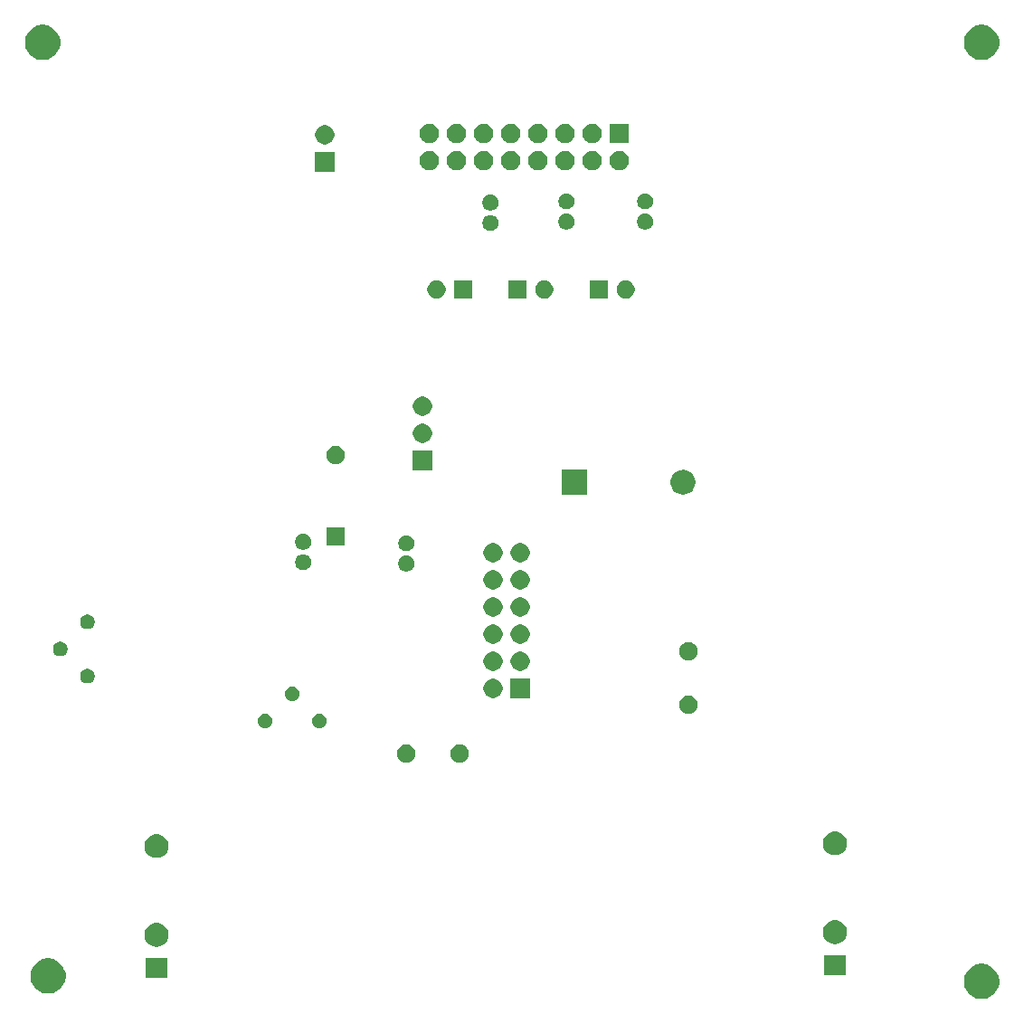
<source format=gbr>
G04 #@! TF.GenerationSoftware,KiCad,Pcbnew,(5.1.5)-3*
G04 #@! TF.CreationDate,2022-04-14T12:46:43+02:00*
G04 #@! TF.ProjectId,PMod_ADDAC,504d6f64-5f41-4444-9441-432e6b696361,rev?*
G04 #@! TF.SameCoordinates,Original*
G04 #@! TF.FileFunction,Soldermask,Bot*
G04 #@! TF.FilePolarity,Negative*
%FSLAX46Y46*%
G04 Gerber Fmt 4.6, Leading zero omitted, Abs format (unit mm)*
G04 Created by KiCad (PCBNEW (5.1.5)-3) date 2022-04-14 12:46:43*
%MOMM*%
%LPD*%
G04 APERTURE LIST*
%ADD10C,0.100000*%
G04 APERTURE END LIST*
D10*
G36*
X131439256Y-133011298D02*
G01*
X131545579Y-133032447D01*
X131846042Y-133156903D01*
X132116451Y-133337585D01*
X132346415Y-133567549D01*
X132527097Y-133837958D01*
X132527098Y-133837960D01*
X132651553Y-134138422D01*
X132678643Y-134274609D01*
X132715000Y-134457391D01*
X132715000Y-134782609D01*
X132651553Y-135101579D01*
X132527097Y-135402042D01*
X132346415Y-135672451D01*
X132116451Y-135902415D01*
X131846042Y-136083097D01*
X131545579Y-136207553D01*
X131439256Y-136228702D01*
X131226611Y-136271000D01*
X130901389Y-136271000D01*
X130688744Y-136228702D01*
X130582421Y-136207553D01*
X130281958Y-136083097D01*
X130011549Y-135902415D01*
X129781585Y-135672451D01*
X129600903Y-135402042D01*
X129476447Y-135101579D01*
X129413000Y-134782609D01*
X129413000Y-134457391D01*
X129449358Y-134274609D01*
X129476447Y-134138422D01*
X129600902Y-133837960D01*
X129600903Y-133837958D01*
X129781585Y-133567549D01*
X130011549Y-133337585D01*
X130281958Y-133156903D01*
X130582421Y-133032447D01*
X130688744Y-133011298D01*
X130901389Y-132969000D01*
X131226611Y-132969000D01*
X131439256Y-133011298D01*
G37*
G36*
X44063256Y-132503298D02*
G01*
X44169579Y-132524447D01*
X44470042Y-132648903D01*
X44740451Y-132829585D01*
X44970415Y-133059549D01*
X45151097Y-133329958D01*
X45249511Y-133567549D01*
X45275553Y-133630422D01*
X45339000Y-133949389D01*
X45339000Y-134274611D01*
X45296702Y-134487256D01*
X45275553Y-134593579D01*
X45151097Y-134894042D01*
X44970415Y-135164451D01*
X44740451Y-135394415D01*
X44470042Y-135575097D01*
X44169579Y-135699553D01*
X44063256Y-135720702D01*
X43850611Y-135763000D01*
X43525389Y-135763000D01*
X43312744Y-135720702D01*
X43206421Y-135699553D01*
X42905958Y-135575097D01*
X42635549Y-135394415D01*
X42405585Y-135164451D01*
X42224903Y-134894042D01*
X42100447Y-134593579D01*
X42079298Y-134487256D01*
X42037000Y-134274611D01*
X42037000Y-133949389D01*
X42100447Y-133630422D01*
X42126490Y-133567549D01*
X42224903Y-133329958D01*
X42405585Y-133059549D01*
X42635549Y-132829585D01*
X42905958Y-132648903D01*
X43206421Y-132524447D01*
X43312744Y-132503298D01*
X43525389Y-132461000D01*
X43850611Y-132461000D01*
X44063256Y-132503298D01*
G37*
G36*
X54864000Y-134316000D02*
G01*
X52832000Y-134316000D01*
X52832000Y-132384000D01*
X54864000Y-132384000D01*
X54864000Y-134316000D01*
G37*
G36*
X118364000Y-134062000D02*
G01*
X116332000Y-134062000D01*
X116332000Y-132130000D01*
X118364000Y-132130000D01*
X118364000Y-134062000D01*
G37*
G36*
X54101655Y-129162591D02*
G01*
X54173525Y-129176887D01*
X54376624Y-129261013D01*
X54559409Y-129383146D01*
X54714854Y-129538591D01*
X54836987Y-129721376D01*
X54921113Y-129924475D01*
X54964000Y-130140084D01*
X54964000Y-130359916D01*
X54921113Y-130575525D01*
X54836987Y-130778624D01*
X54714854Y-130961409D01*
X54559409Y-131116854D01*
X54376624Y-131238987D01*
X54173525Y-131323113D01*
X54101655Y-131337409D01*
X53957918Y-131366000D01*
X53738082Y-131366000D01*
X53594345Y-131337409D01*
X53522475Y-131323113D01*
X53319376Y-131238987D01*
X53136591Y-131116854D01*
X52981146Y-130961409D01*
X52859013Y-130778624D01*
X52774887Y-130575525D01*
X52732000Y-130359916D01*
X52732000Y-130140084D01*
X52774887Y-129924475D01*
X52859013Y-129721376D01*
X52981146Y-129538591D01*
X53136591Y-129383146D01*
X53319376Y-129261013D01*
X53522475Y-129176887D01*
X53594345Y-129162591D01*
X53738082Y-129134000D01*
X53957918Y-129134000D01*
X54101655Y-129162591D01*
G37*
G36*
X117601655Y-128908591D02*
G01*
X117673525Y-128922887D01*
X117876624Y-129007013D01*
X118059409Y-129129146D01*
X118214854Y-129284591D01*
X118336987Y-129467376D01*
X118421113Y-129670475D01*
X118464000Y-129886084D01*
X118464000Y-130105916D01*
X118421113Y-130321525D01*
X118336987Y-130524624D01*
X118214854Y-130707409D01*
X118059409Y-130862854D01*
X117876624Y-130984987D01*
X117673525Y-131069113D01*
X117601655Y-131083409D01*
X117457918Y-131112000D01*
X117238082Y-131112000D01*
X117094345Y-131083409D01*
X117022475Y-131069113D01*
X116819376Y-130984987D01*
X116636591Y-130862854D01*
X116481146Y-130707409D01*
X116359013Y-130524624D01*
X116274887Y-130321525D01*
X116232000Y-130105916D01*
X116232000Y-129886084D01*
X116274887Y-129670475D01*
X116359013Y-129467376D01*
X116481146Y-129284591D01*
X116636591Y-129129146D01*
X116819376Y-129007013D01*
X117022475Y-128922887D01*
X117094345Y-128908591D01*
X117238082Y-128880000D01*
X117457918Y-128880000D01*
X117601655Y-128908591D01*
G37*
G36*
X54101655Y-120862591D02*
G01*
X54173525Y-120876887D01*
X54376624Y-120961013D01*
X54559409Y-121083146D01*
X54714854Y-121238591D01*
X54836987Y-121421376D01*
X54921113Y-121624475D01*
X54964000Y-121840084D01*
X54964000Y-122059916D01*
X54921113Y-122275525D01*
X54836987Y-122478624D01*
X54714854Y-122661409D01*
X54559409Y-122816854D01*
X54376624Y-122938987D01*
X54173525Y-123023113D01*
X54101655Y-123037409D01*
X53957918Y-123066000D01*
X53738082Y-123066000D01*
X53594345Y-123037409D01*
X53522475Y-123023113D01*
X53319376Y-122938987D01*
X53136591Y-122816854D01*
X52981146Y-122661409D01*
X52859013Y-122478624D01*
X52774887Y-122275525D01*
X52732000Y-122059916D01*
X52732000Y-121840084D01*
X52774887Y-121624475D01*
X52859013Y-121421376D01*
X52981146Y-121238591D01*
X53136591Y-121083146D01*
X53319376Y-120961013D01*
X53522475Y-120876887D01*
X53594345Y-120862591D01*
X53738082Y-120834000D01*
X53957918Y-120834000D01*
X54101655Y-120862591D01*
G37*
G36*
X117601655Y-120608591D02*
G01*
X117673525Y-120622887D01*
X117876624Y-120707013D01*
X118059409Y-120829146D01*
X118214854Y-120984591D01*
X118336987Y-121167376D01*
X118421113Y-121370475D01*
X118464000Y-121586084D01*
X118464000Y-121805916D01*
X118421113Y-122021525D01*
X118336987Y-122224624D01*
X118214854Y-122407409D01*
X118059409Y-122562854D01*
X117876624Y-122684987D01*
X117673525Y-122769113D01*
X117601655Y-122783409D01*
X117457918Y-122812000D01*
X117238082Y-122812000D01*
X117094345Y-122783409D01*
X117022475Y-122769113D01*
X116819376Y-122684987D01*
X116636591Y-122562854D01*
X116481146Y-122407409D01*
X116359013Y-122224624D01*
X116274887Y-122021525D01*
X116232000Y-121805916D01*
X116232000Y-121586084D01*
X116274887Y-121370475D01*
X116359013Y-121167376D01*
X116481146Y-120984591D01*
X116636591Y-120829146D01*
X116819376Y-120707013D01*
X117022475Y-120622887D01*
X117094345Y-120608591D01*
X117238082Y-120580000D01*
X117457918Y-120580000D01*
X117601655Y-120608591D01*
G37*
G36*
X77464228Y-112465703D02*
G01*
X77619100Y-112529853D01*
X77758481Y-112622985D01*
X77877015Y-112741519D01*
X77970147Y-112880900D01*
X78034297Y-113035772D01*
X78067000Y-113200184D01*
X78067000Y-113367816D01*
X78034297Y-113532228D01*
X77970147Y-113687100D01*
X77877015Y-113826481D01*
X77758481Y-113945015D01*
X77619100Y-114038147D01*
X77464228Y-114102297D01*
X77299816Y-114135000D01*
X77132184Y-114135000D01*
X76967772Y-114102297D01*
X76812900Y-114038147D01*
X76673519Y-113945015D01*
X76554985Y-113826481D01*
X76461853Y-113687100D01*
X76397703Y-113532228D01*
X76365000Y-113367816D01*
X76365000Y-113200184D01*
X76397703Y-113035772D01*
X76461853Y-112880900D01*
X76554985Y-112741519D01*
X76673519Y-112622985D01*
X76812900Y-112529853D01*
X76967772Y-112465703D01*
X77132184Y-112433000D01*
X77299816Y-112433000D01*
X77464228Y-112465703D01*
G37*
G36*
X82464228Y-112465703D02*
G01*
X82619100Y-112529853D01*
X82758481Y-112622985D01*
X82877015Y-112741519D01*
X82970147Y-112880900D01*
X83034297Y-113035772D01*
X83067000Y-113200184D01*
X83067000Y-113367816D01*
X83034297Y-113532228D01*
X82970147Y-113687100D01*
X82877015Y-113826481D01*
X82758481Y-113945015D01*
X82619100Y-114038147D01*
X82464228Y-114102297D01*
X82299816Y-114135000D01*
X82132184Y-114135000D01*
X81967772Y-114102297D01*
X81812900Y-114038147D01*
X81673519Y-113945015D01*
X81554985Y-113826481D01*
X81461853Y-113687100D01*
X81397703Y-113532228D01*
X81365000Y-113367816D01*
X81365000Y-113200184D01*
X81397703Y-113035772D01*
X81461853Y-112880900D01*
X81554985Y-112741519D01*
X81673519Y-112622985D01*
X81812900Y-112529853D01*
X81967772Y-112465703D01*
X82132184Y-112433000D01*
X82299816Y-112433000D01*
X82464228Y-112465703D01*
G37*
G36*
X64206639Y-109581170D02*
G01*
X64330573Y-109632505D01*
X64330574Y-109632506D01*
X64442112Y-109707033D01*
X64536967Y-109801888D01*
X64536968Y-109801890D01*
X64611495Y-109913427D01*
X64662830Y-110037361D01*
X64689000Y-110168926D01*
X64689000Y-110303074D01*
X64662830Y-110434639D01*
X64611495Y-110558573D01*
X64611494Y-110558574D01*
X64536967Y-110670112D01*
X64442112Y-110764967D01*
X64385964Y-110802484D01*
X64330573Y-110839495D01*
X64206639Y-110890830D01*
X64075074Y-110917000D01*
X63940926Y-110917000D01*
X63809361Y-110890830D01*
X63685427Y-110839495D01*
X63630036Y-110802484D01*
X63573888Y-110764967D01*
X63479033Y-110670112D01*
X63404506Y-110558574D01*
X63404505Y-110558573D01*
X63353170Y-110434639D01*
X63327000Y-110303074D01*
X63327000Y-110168926D01*
X63353170Y-110037361D01*
X63404505Y-109913427D01*
X63479032Y-109801890D01*
X63479033Y-109801888D01*
X63573888Y-109707033D01*
X63685426Y-109632506D01*
X63685427Y-109632505D01*
X63809361Y-109581170D01*
X63940926Y-109555000D01*
X64075074Y-109555000D01*
X64206639Y-109581170D01*
G37*
G36*
X69286639Y-109581170D02*
G01*
X69410573Y-109632505D01*
X69410574Y-109632506D01*
X69522112Y-109707033D01*
X69616967Y-109801888D01*
X69616968Y-109801890D01*
X69691495Y-109913427D01*
X69742830Y-110037361D01*
X69769000Y-110168926D01*
X69769000Y-110303074D01*
X69742830Y-110434639D01*
X69691495Y-110558573D01*
X69691494Y-110558574D01*
X69616967Y-110670112D01*
X69522112Y-110764967D01*
X69465964Y-110802484D01*
X69410573Y-110839495D01*
X69286639Y-110890830D01*
X69155074Y-110917000D01*
X69020926Y-110917000D01*
X68889361Y-110890830D01*
X68765427Y-110839495D01*
X68710036Y-110802484D01*
X68653888Y-110764967D01*
X68559033Y-110670112D01*
X68484506Y-110558574D01*
X68484505Y-110558573D01*
X68433170Y-110434639D01*
X68407000Y-110303074D01*
X68407000Y-110168926D01*
X68433170Y-110037361D01*
X68484505Y-109913427D01*
X68559032Y-109801890D01*
X68559033Y-109801888D01*
X68653888Y-109707033D01*
X68765426Y-109632506D01*
X68765427Y-109632505D01*
X68889361Y-109581170D01*
X69020926Y-109555000D01*
X69155074Y-109555000D01*
X69286639Y-109581170D01*
G37*
G36*
X103880228Y-107893703D02*
G01*
X104035100Y-107957853D01*
X104174481Y-108050985D01*
X104293015Y-108169519D01*
X104386147Y-108308900D01*
X104450297Y-108463772D01*
X104483000Y-108628184D01*
X104483000Y-108795816D01*
X104450297Y-108960228D01*
X104386147Y-109115100D01*
X104293015Y-109254481D01*
X104174481Y-109373015D01*
X104035100Y-109466147D01*
X103880228Y-109530297D01*
X103715816Y-109563000D01*
X103548184Y-109563000D01*
X103383772Y-109530297D01*
X103228900Y-109466147D01*
X103089519Y-109373015D01*
X102970985Y-109254481D01*
X102877853Y-109115100D01*
X102813703Y-108960228D01*
X102781000Y-108795816D01*
X102781000Y-108628184D01*
X102813703Y-108463772D01*
X102877853Y-108308900D01*
X102970985Y-108169519D01*
X103089519Y-108050985D01*
X103228900Y-107957853D01*
X103383772Y-107893703D01*
X103548184Y-107861000D01*
X103715816Y-107861000D01*
X103880228Y-107893703D01*
G37*
G36*
X66746639Y-107041170D02*
G01*
X66870573Y-107092505D01*
X66880681Y-107099259D01*
X66982112Y-107167033D01*
X67076967Y-107261888D01*
X67076968Y-107261890D01*
X67151495Y-107373427D01*
X67202830Y-107497361D01*
X67229000Y-107628926D01*
X67229000Y-107763074D01*
X67202830Y-107894639D01*
X67151495Y-108018573D01*
X67151494Y-108018574D01*
X67076967Y-108130112D01*
X66982112Y-108224967D01*
X66925964Y-108262484D01*
X66870573Y-108299495D01*
X66746639Y-108350830D01*
X66615074Y-108377000D01*
X66480926Y-108377000D01*
X66349361Y-108350830D01*
X66225427Y-108299495D01*
X66170036Y-108262484D01*
X66113888Y-108224967D01*
X66019033Y-108130112D01*
X65944506Y-108018574D01*
X65944505Y-108018573D01*
X65893170Y-107894639D01*
X65867000Y-107763074D01*
X65867000Y-107628926D01*
X65893170Y-107497361D01*
X65944505Y-107373427D01*
X66019032Y-107261890D01*
X66019033Y-107261888D01*
X66113888Y-107167033D01*
X66215319Y-107099259D01*
X66225427Y-107092505D01*
X66349361Y-107041170D01*
X66480926Y-107015000D01*
X66615074Y-107015000D01*
X66746639Y-107041170D01*
G37*
G36*
X85457512Y-106291927D02*
G01*
X85606812Y-106321624D01*
X85770784Y-106389544D01*
X85918354Y-106488147D01*
X86043853Y-106613646D01*
X86142456Y-106761216D01*
X86210376Y-106925188D01*
X86245000Y-107099259D01*
X86245000Y-107276741D01*
X86210376Y-107450812D01*
X86142456Y-107614784D01*
X86043853Y-107762354D01*
X85918354Y-107887853D01*
X85770784Y-107986456D01*
X85606812Y-108054376D01*
X85457512Y-108084073D01*
X85432742Y-108089000D01*
X85255258Y-108089000D01*
X85230488Y-108084073D01*
X85081188Y-108054376D01*
X84917216Y-107986456D01*
X84769646Y-107887853D01*
X84644147Y-107762354D01*
X84545544Y-107614784D01*
X84477624Y-107450812D01*
X84443000Y-107276741D01*
X84443000Y-107099259D01*
X84477624Y-106925188D01*
X84545544Y-106761216D01*
X84644147Y-106613646D01*
X84769646Y-106488147D01*
X84917216Y-106389544D01*
X85081188Y-106321624D01*
X85230488Y-106291927D01*
X85255258Y-106287000D01*
X85432742Y-106287000D01*
X85457512Y-106291927D01*
G37*
G36*
X88785000Y-108089000D02*
G01*
X86983000Y-108089000D01*
X86983000Y-106287000D01*
X88785000Y-106287000D01*
X88785000Y-108089000D01*
G37*
G36*
X47569639Y-105390170D02*
G01*
X47693573Y-105441505D01*
X47748964Y-105478516D01*
X47805112Y-105516033D01*
X47899967Y-105610888D01*
X47899968Y-105610890D01*
X47974495Y-105722427D01*
X48025830Y-105846361D01*
X48052000Y-105977926D01*
X48052000Y-106112074D01*
X48025830Y-106243639D01*
X47974495Y-106367573D01*
X47974494Y-106367574D01*
X47899967Y-106479112D01*
X47805112Y-106573967D01*
X47748964Y-106611484D01*
X47693573Y-106648495D01*
X47569639Y-106699830D01*
X47438074Y-106726000D01*
X47303926Y-106726000D01*
X47172361Y-106699830D01*
X47048427Y-106648495D01*
X46993036Y-106611484D01*
X46936888Y-106573967D01*
X46842033Y-106479112D01*
X46767506Y-106367574D01*
X46767505Y-106367573D01*
X46716170Y-106243639D01*
X46690000Y-106112074D01*
X46690000Y-105977926D01*
X46716170Y-105846361D01*
X46767505Y-105722427D01*
X46842032Y-105610890D01*
X46842033Y-105610888D01*
X46936888Y-105516033D01*
X46993036Y-105478516D01*
X47048427Y-105441505D01*
X47172361Y-105390170D01*
X47303926Y-105364000D01*
X47438074Y-105364000D01*
X47569639Y-105390170D01*
G37*
G36*
X85457512Y-103751927D02*
G01*
X85606812Y-103781624D01*
X85770784Y-103849544D01*
X85918354Y-103948147D01*
X86043853Y-104073646D01*
X86142456Y-104221216D01*
X86210376Y-104385188D01*
X86245000Y-104559259D01*
X86245000Y-104736741D01*
X86210376Y-104910812D01*
X86142456Y-105074784D01*
X86043853Y-105222354D01*
X85918354Y-105347853D01*
X85770784Y-105446456D01*
X85606812Y-105514376D01*
X85457512Y-105544073D01*
X85432742Y-105549000D01*
X85255258Y-105549000D01*
X85230488Y-105544073D01*
X85081188Y-105514376D01*
X84917216Y-105446456D01*
X84769646Y-105347853D01*
X84644147Y-105222354D01*
X84545544Y-105074784D01*
X84477624Y-104910812D01*
X84443000Y-104736741D01*
X84443000Y-104559259D01*
X84477624Y-104385188D01*
X84545544Y-104221216D01*
X84644147Y-104073646D01*
X84769646Y-103948147D01*
X84917216Y-103849544D01*
X85081188Y-103781624D01*
X85230488Y-103751927D01*
X85255258Y-103747000D01*
X85432742Y-103747000D01*
X85457512Y-103751927D01*
G37*
G36*
X87997512Y-103751927D02*
G01*
X88146812Y-103781624D01*
X88310784Y-103849544D01*
X88458354Y-103948147D01*
X88583853Y-104073646D01*
X88682456Y-104221216D01*
X88750376Y-104385188D01*
X88785000Y-104559259D01*
X88785000Y-104736741D01*
X88750376Y-104910812D01*
X88682456Y-105074784D01*
X88583853Y-105222354D01*
X88458354Y-105347853D01*
X88310784Y-105446456D01*
X88146812Y-105514376D01*
X87997512Y-105544073D01*
X87972742Y-105549000D01*
X87795258Y-105549000D01*
X87770488Y-105544073D01*
X87621188Y-105514376D01*
X87457216Y-105446456D01*
X87309646Y-105347853D01*
X87184147Y-105222354D01*
X87085544Y-105074784D01*
X87017624Y-104910812D01*
X86983000Y-104736741D01*
X86983000Y-104559259D01*
X87017624Y-104385188D01*
X87085544Y-104221216D01*
X87184147Y-104073646D01*
X87309646Y-103948147D01*
X87457216Y-103849544D01*
X87621188Y-103781624D01*
X87770488Y-103751927D01*
X87795258Y-103747000D01*
X87972742Y-103747000D01*
X87997512Y-103751927D01*
G37*
G36*
X103880228Y-102893703D02*
G01*
X104035100Y-102957853D01*
X104174481Y-103050985D01*
X104293015Y-103169519D01*
X104386147Y-103308900D01*
X104450297Y-103463772D01*
X104483000Y-103628184D01*
X104483000Y-103795816D01*
X104450297Y-103960228D01*
X104386147Y-104115100D01*
X104293015Y-104254481D01*
X104174481Y-104373015D01*
X104035100Y-104466147D01*
X103880228Y-104530297D01*
X103715816Y-104563000D01*
X103548184Y-104563000D01*
X103383772Y-104530297D01*
X103228900Y-104466147D01*
X103089519Y-104373015D01*
X102970985Y-104254481D01*
X102877853Y-104115100D01*
X102813703Y-103960228D01*
X102781000Y-103795816D01*
X102781000Y-103628184D01*
X102813703Y-103463772D01*
X102877853Y-103308900D01*
X102970985Y-103169519D01*
X103089519Y-103050985D01*
X103228900Y-102957853D01*
X103383772Y-102893703D01*
X103548184Y-102861000D01*
X103715816Y-102861000D01*
X103880228Y-102893703D01*
G37*
G36*
X45029639Y-102850170D02*
G01*
X45153573Y-102901505D01*
X45208964Y-102938516D01*
X45265112Y-102976033D01*
X45359967Y-103070888D01*
X45359968Y-103070890D01*
X45434495Y-103182427D01*
X45485830Y-103306361D01*
X45512000Y-103437926D01*
X45512000Y-103572074D01*
X45485830Y-103703639D01*
X45434495Y-103827573D01*
X45434494Y-103827574D01*
X45359967Y-103939112D01*
X45265112Y-104033967D01*
X45208964Y-104071484D01*
X45153573Y-104108495D01*
X45029639Y-104159830D01*
X44898074Y-104186000D01*
X44763926Y-104186000D01*
X44632361Y-104159830D01*
X44508427Y-104108495D01*
X44453036Y-104071484D01*
X44396888Y-104033967D01*
X44302033Y-103939112D01*
X44227506Y-103827574D01*
X44227505Y-103827573D01*
X44176170Y-103703639D01*
X44150000Y-103572074D01*
X44150000Y-103437926D01*
X44176170Y-103306361D01*
X44227505Y-103182427D01*
X44302032Y-103070890D01*
X44302033Y-103070888D01*
X44396888Y-102976033D01*
X44453036Y-102938516D01*
X44508427Y-102901505D01*
X44632361Y-102850170D01*
X44763926Y-102824000D01*
X44898074Y-102824000D01*
X45029639Y-102850170D01*
G37*
G36*
X87997512Y-101211927D02*
G01*
X88146812Y-101241624D01*
X88310784Y-101309544D01*
X88458354Y-101408147D01*
X88583853Y-101533646D01*
X88682456Y-101681216D01*
X88750376Y-101845188D01*
X88785000Y-102019259D01*
X88785000Y-102196741D01*
X88750376Y-102370812D01*
X88682456Y-102534784D01*
X88583853Y-102682354D01*
X88458354Y-102807853D01*
X88310784Y-102906456D01*
X88146812Y-102974376D01*
X87997512Y-103004073D01*
X87972742Y-103009000D01*
X87795258Y-103009000D01*
X87770488Y-103004073D01*
X87621188Y-102974376D01*
X87457216Y-102906456D01*
X87309646Y-102807853D01*
X87184147Y-102682354D01*
X87085544Y-102534784D01*
X87017624Y-102370812D01*
X86983000Y-102196741D01*
X86983000Y-102019259D01*
X87017624Y-101845188D01*
X87085544Y-101681216D01*
X87184147Y-101533646D01*
X87309646Y-101408147D01*
X87457216Y-101309544D01*
X87621188Y-101241624D01*
X87770488Y-101211927D01*
X87795258Y-101207000D01*
X87972742Y-101207000D01*
X87997512Y-101211927D01*
G37*
G36*
X85457512Y-101211927D02*
G01*
X85606812Y-101241624D01*
X85770784Y-101309544D01*
X85918354Y-101408147D01*
X86043853Y-101533646D01*
X86142456Y-101681216D01*
X86210376Y-101845188D01*
X86245000Y-102019259D01*
X86245000Y-102196741D01*
X86210376Y-102370812D01*
X86142456Y-102534784D01*
X86043853Y-102682354D01*
X85918354Y-102807853D01*
X85770784Y-102906456D01*
X85606812Y-102974376D01*
X85457512Y-103004073D01*
X85432742Y-103009000D01*
X85255258Y-103009000D01*
X85230488Y-103004073D01*
X85081188Y-102974376D01*
X84917216Y-102906456D01*
X84769646Y-102807853D01*
X84644147Y-102682354D01*
X84545544Y-102534784D01*
X84477624Y-102370812D01*
X84443000Y-102196741D01*
X84443000Y-102019259D01*
X84477624Y-101845188D01*
X84545544Y-101681216D01*
X84644147Y-101533646D01*
X84769646Y-101408147D01*
X84917216Y-101309544D01*
X85081188Y-101241624D01*
X85230488Y-101211927D01*
X85255258Y-101207000D01*
X85432742Y-101207000D01*
X85457512Y-101211927D01*
G37*
G36*
X47569639Y-100310170D02*
G01*
X47693573Y-100361505D01*
X47748964Y-100398516D01*
X47805112Y-100436033D01*
X47899967Y-100530888D01*
X47899968Y-100530890D01*
X47974495Y-100642427D01*
X48025830Y-100766361D01*
X48052000Y-100897926D01*
X48052000Y-101032074D01*
X48025830Y-101163639D01*
X47974495Y-101287573D01*
X47974494Y-101287574D01*
X47899967Y-101399112D01*
X47805112Y-101493967D01*
X47748964Y-101531484D01*
X47693573Y-101568495D01*
X47569639Y-101619830D01*
X47438074Y-101646000D01*
X47303926Y-101646000D01*
X47172361Y-101619830D01*
X47048427Y-101568495D01*
X46993036Y-101531484D01*
X46936888Y-101493967D01*
X46842033Y-101399112D01*
X46767506Y-101287574D01*
X46767505Y-101287573D01*
X46716170Y-101163639D01*
X46690000Y-101032074D01*
X46690000Y-100897926D01*
X46716170Y-100766361D01*
X46767505Y-100642427D01*
X46842032Y-100530890D01*
X46842033Y-100530888D01*
X46936888Y-100436033D01*
X46993036Y-100398516D01*
X47048427Y-100361505D01*
X47172361Y-100310170D01*
X47303926Y-100284000D01*
X47438074Y-100284000D01*
X47569639Y-100310170D01*
G37*
G36*
X87997512Y-98671927D02*
G01*
X88146812Y-98701624D01*
X88310784Y-98769544D01*
X88458354Y-98868147D01*
X88583853Y-98993646D01*
X88682456Y-99141216D01*
X88750376Y-99305188D01*
X88785000Y-99479259D01*
X88785000Y-99656741D01*
X88750376Y-99830812D01*
X88682456Y-99994784D01*
X88583853Y-100142354D01*
X88458354Y-100267853D01*
X88310784Y-100366456D01*
X88146812Y-100434376D01*
X87997512Y-100464073D01*
X87972742Y-100469000D01*
X87795258Y-100469000D01*
X87770488Y-100464073D01*
X87621188Y-100434376D01*
X87457216Y-100366456D01*
X87309646Y-100267853D01*
X87184147Y-100142354D01*
X87085544Y-99994784D01*
X87017624Y-99830812D01*
X86983000Y-99656741D01*
X86983000Y-99479259D01*
X87017624Y-99305188D01*
X87085544Y-99141216D01*
X87184147Y-98993646D01*
X87309646Y-98868147D01*
X87457216Y-98769544D01*
X87621188Y-98701624D01*
X87770488Y-98671927D01*
X87795258Y-98667000D01*
X87972742Y-98667000D01*
X87997512Y-98671927D01*
G37*
G36*
X85457512Y-98671927D02*
G01*
X85606812Y-98701624D01*
X85770784Y-98769544D01*
X85918354Y-98868147D01*
X86043853Y-98993646D01*
X86142456Y-99141216D01*
X86210376Y-99305188D01*
X86245000Y-99479259D01*
X86245000Y-99656741D01*
X86210376Y-99830812D01*
X86142456Y-99994784D01*
X86043853Y-100142354D01*
X85918354Y-100267853D01*
X85770784Y-100366456D01*
X85606812Y-100434376D01*
X85457512Y-100464073D01*
X85432742Y-100469000D01*
X85255258Y-100469000D01*
X85230488Y-100464073D01*
X85081188Y-100434376D01*
X84917216Y-100366456D01*
X84769646Y-100267853D01*
X84644147Y-100142354D01*
X84545544Y-99994784D01*
X84477624Y-99830812D01*
X84443000Y-99656741D01*
X84443000Y-99479259D01*
X84477624Y-99305188D01*
X84545544Y-99141216D01*
X84644147Y-98993646D01*
X84769646Y-98868147D01*
X84917216Y-98769544D01*
X85081188Y-98701624D01*
X85230488Y-98671927D01*
X85255258Y-98667000D01*
X85432742Y-98667000D01*
X85457512Y-98671927D01*
G37*
G36*
X87997512Y-96131927D02*
G01*
X88146812Y-96161624D01*
X88310784Y-96229544D01*
X88458354Y-96328147D01*
X88583853Y-96453646D01*
X88682456Y-96601216D01*
X88750376Y-96765188D01*
X88785000Y-96939259D01*
X88785000Y-97116741D01*
X88750376Y-97290812D01*
X88682456Y-97454784D01*
X88583853Y-97602354D01*
X88458354Y-97727853D01*
X88310784Y-97826456D01*
X88146812Y-97894376D01*
X87997512Y-97924073D01*
X87972742Y-97929000D01*
X87795258Y-97929000D01*
X87770488Y-97924073D01*
X87621188Y-97894376D01*
X87457216Y-97826456D01*
X87309646Y-97727853D01*
X87184147Y-97602354D01*
X87085544Y-97454784D01*
X87017624Y-97290812D01*
X86983000Y-97116741D01*
X86983000Y-96939259D01*
X87017624Y-96765188D01*
X87085544Y-96601216D01*
X87184147Y-96453646D01*
X87309646Y-96328147D01*
X87457216Y-96229544D01*
X87621188Y-96161624D01*
X87770488Y-96131927D01*
X87795258Y-96127000D01*
X87972742Y-96127000D01*
X87997512Y-96131927D01*
G37*
G36*
X85457512Y-96131927D02*
G01*
X85606812Y-96161624D01*
X85770784Y-96229544D01*
X85918354Y-96328147D01*
X86043853Y-96453646D01*
X86142456Y-96601216D01*
X86210376Y-96765188D01*
X86245000Y-96939259D01*
X86245000Y-97116741D01*
X86210376Y-97290812D01*
X86142456Y-97454784D01*
X86043853Y-97602354D01*
X85918354Y-97727853D01*
X85770784Y-97826456D01*
X85606812Y-97894376D01*
X85457512Y-97924073D01*
X85432742Y-97929000D01*
X85255258Y-97929000D01*
X85230488Y-97924073D01*
X85081188Y-97894376D01*
X84917216Y-97826456D01*
X84769646Y-97727853D01*
X84644147Y-97602354D01*
X84545544Y-97454784D01*
X84477624Y-97290812D01*
X84443000Y-97116741D01*
X84443000Y-96939259D01*
X84477624Y-96765188D01*
X84545544Y-96601216D01*
X84644147Y-96453646D01*
X84769646Y-96328147D01*
X84917216Y-96229544D01*
X85081188Y-96161624D01*
X85230488Y-96131927D01*
X85255258Y-96127000D01*
X85432742Y-96127000D01*
X85457512Y-96131927D01*
G37*
G36*
X77435059Y-94781860D02*
G01*
X77571732Y-94838472D01*
X77694735Y-94920660D01*
X77799340Y-95025265D01*
X77881528Y-95148268D01*
X77938140Y-95284941D01*
X77967000Y-95430033D01*
X77967000Y-95577967D01*
X77938140Y-95723059D01*
X77881528Y-95859732D01*
X77799340Y-95982735D01*
X77694735Y-96087340D01*
X77571732Y-96169528D01*
X77571731Y-96169529D01*
X77571730Y-96169529D01*
X77435059Y-96226140D01*
X77289968Y-96255000D01*
X77142032Y-96255000D01*
X76996941Y-96226140D01*
X76860270Y-96169529D01*
X76860269Y-96169529D01*
X76860268Y-96169528D01*
X76737265Y-96087340D01*
X76632660Y-95982735D01*
X76550472Y-95859732D01*
X76493860Y-95723059D01*
X76465000Y-95577967D01*
X76465000Y-95430033D01*
X76493860Y-95284941D01*
X76550472Y-95148268D01*
X76632660Y-95025265D01*
X76737265Y-94920660D01*
X76860268Y-94838472D01*
X76996941Y-94781860D01*
X77142032Y-94753000D01*
X77289968Y-94753000D01*
X77435059Y-94781860D01*
G37*
G36*
X67783059Y-94649860D02*
G01*
X67919732Y-94706472D01*
X68042735Y-94788660D01*
X68147340Y-94893265D01*
X68229528Y-95016268D01*
X68286140Y-95152941D01*
X68315000Y-95298033D01*
X68315000Y-95445967D01*
X68286140Y-95591059D01*
X68229528Y-95727732D01*
X68147340Y-95850735D01*
X68042735Y-95955340D01*
X67919732Y-96037528D01*
X67919731Y-96037529D01*
X67919730Y-96037529D01*
X67783059Y-96094140D01*
X67637968Y-96123000D01*
X67490032Y-96123000D01*
X67344941Y-96094140D01*
X67208270Y-96037529D01*
X67208269Y-96037529D01*
X67208268Y-96037528D01*
X67085265Y-95955340D01*
X66980660Y-95850735D01*
X66898472Y-95727732D01*
X66841860Y-95591059D01*
X66813000Y-95445967D01*
X66813000Y-95298033D01*
X66841860Y-95152941D01*
X66898472Y-95016268D01*
X66980660Y-94893265D01*
X67085265Y-94788660D01*
X67208268Y-94706472D01*
X67344941Y-94649860D01*
X67490032Y-94621000D01*
X67637968Y-94621000D01*
X67783059Y-94649860D01*
G37*
G36*
X85457512Y-93591927D02*
G01*
X85606812Y-93621624D01*
X85770784Y-93689544D01*
X85918354Y-93788147D01*
X86043853Y-93913646D01*
X86142456Y-94061216D01*
X86210376Y-94225188D01*
X86245000Y-94399259D01*
X86245000Y-94576741D01*
X86210376Y-94750812D01*
X86142456Y-94914784D01*
X86043853Y-95062354D01*
X85918354Y-95187853D01*
X85770784Y-95286456D01*
X85606812Y-95354376D01*
X85457512Y-95384073D01*
X85432742Y-95389000D01*
X85255258Y-95389000D01*
X85230488Y-95384073D01*
X85081188Y-95354376D01*
X84917216Y-95286456D01*
X84769646Y-95187853D01*
X84644147Y-95062354D01*
X84545544Y-94914784D01*
X84477624Y-94750812D01*
X84443000Y-94576741D01*
X84443000Y-94399259D01*
X84477624Y-94225188D01*
X84545544Y-94061216D01*
X84644147Y-93913646D01*
X84769646Y-93788147D01*
X84917216Y-93689544D01*
X85081188Y-93621624D01*
X85230488Y-93591927D01*
X85255258Y-93587000D01*
X85432742Y-93587000D01*
X85457512Y-93591927D01*
G37*
G36*
X87997512Y-93591927D02*
G01*
X88146812Y-93621624D01*
X88310784Y-93689544D01*
X88458354Y-93788147D01*
X88583853Y-93913646D01*
X88682456Y-94061216D01*
X88750376Y-94225188D01*
X88785000Y-94399259D01*
X88785000Y-94576741D01*
X88750376Y-94750812D01*
X88682456Y-94914784D01*
X88583853Y-95062354D01*
X88458354Y-95187853D01*
X88310784Y-95286456D01*
X88146812Y-95354376D01*
X87997512Y-95384073D01*
X87972742Y-95389000D01*
X87795258Y-95389000D01*
X87770488Y-95384073D01*
X87621188Y-95354376D01*
X87457216Y-95286456D01*
X87309646Y-95187853D01*
X87184147Y-95062354D01*
X87085544Y-94914784D01*
X87017624Y-94750812D01*
X86983000Y-94576741D01*
X86983000Y-94399259D01*
X87017624Y-94225188D01*
X87085544Y-94061216D01*
X87184147Y-93913646D01*
X87309646Y-93788147D01*
X87457216Y-93689544D01*
X87621188Y-93621624D01*
X87770488Y-93591927D01*
X87795258Y-93587000D01*
X87972742Y-93587000D01*
X87997512Y-93591927D01*
G37*
G36*
X77435059Y-92881860D02*
G01*
X77571732Y-92938472D01*
X77694735Y-93020660D01*
X77799340Y-93125265D01*
X77881528Y-93248268D01*
X77938140Y-93384941D01*
X77967000Y-93530033D01*
X77967000Y-93677967D01*
X77938140Y-93823059D01*
X77881528Y-93959732D01*
X77799340Y-94082735D01*
X77694735Y-94187340D01*
X77571732Y-94269528D01*
X77571731Y-94269529D01*
X77571730Y-94269529D01*
X77435059Y-94326140D01*
X77289968Y-94355000D01*
X77142032Y-94355000D01*
X76996941Y-94326140D01*
X76860270Y-94269529D01*
X76860269Y-94269529D01*
X76860268Y-94269528D01*
X76737265Y-94187340D01*
X76632660Y-94082735D01*
X76550472Y-93959732D01*
X76493860Y-93823059D01*
X76465000Y-93677967D01*
X76465000Y-93530033D01*
X76493860Y-93384941D01*
X76550472Y-93248268D01*
X76632660Y-93125265D01*
X76737265Y-93020660D01*
X76860268Y-92938472D01*
X76996941Y-92881860D01*
X77142032Y-92853000D01*
X77289968Y-92853000D01*
X77435059Y-92881860D01*
G37*
G36*
X67783059Y-92749860D02*
G01*
X67919732Y-92806472D01*
X68042735Y-92888660D01*
X68147340Y-92993265D01*
X68229528Y-93116268D01*
X68229529Y-93116270D01*
X68286140Y-93252941D01*
X68315000Y-93398032D01*
X68315000Y-93545968D01*
X68286442Y-93689544D01*
X68286140Y-93691059D01*
X68229528Y-93827732D01*
X68147340Y-93950735D01*
X68042735Y-94055340D01*
X67919732Y-94137528D01*
X67919731Y-94137529D01*
X67919730Y-94137529D01*
X67783059Y-94194140D01*
X67637968Y-94223000D01*
X67490032Y-94223000D01*
X67344941Y-94194140D01*
X67208270Y-94137529D01*
X67208269Y-94137529D01*
X67208268Y-94137528D01*
X67085265Y-94055340D01*
X66980660Y-93950735D01*
X66898472Y-93827732D01*
X66841860Y-93691059D01*
X66841559Y-93689544D01*
X66813000Y-93545968D01*
X66813000Y-93398032D01*
X66841860Y-93252941D01*
X66898471Y-93116270D01*
X66898472Y-93116268D01*
X66980660Y-92993265D01*
X67085265Y-92888660D01*
X67208268Y-92806472D01*
X67344941Y-92749860D01*
X67490032Y-92721000D01*
X67637968Y-92721000D01*
X67783059Y-92749860D01*
G37*
G36*
X71463000Y-93815000D02*
G01*
X69761000Y-93815000D01*
X69761000Y-92113000D01*
X71463000Y-92113000D01*
X71463000Y-93815000D01*
G37*
G36*
X103337911Y-86753000D02*
G01*
X103459734Y-86777232D01*
X103669203Y-86863997D01*
X103857720Y-86989960D01*
X104018040Y-87150280D01*
X104144003Y-87338797D01*
X104230768Y-87548266D01*
X104275000Y-87770636D01*
X104275000Y-87997364D01*
X104230768Y-88219734D01*
X104144003Y-88429203D01*
X104018040Y-88617720D01*
X103857720Y-88778040D01*
X103669203Y-88904003D01*
X103459734Y-88990768D01*
X103348549Y-89012884D01*
X103237365Y-89035000D01*
X103010635Y-89035000D01*
X102899451Y-89012884D01*
X102788266Y-88990768D01*
X102578797Y-88904003D01*
X102390280Y-88778040D01*
X102229960Y-88617720D01*
X102103997Y-88429203D01*
X102017232Y-88219734D01*
X101973000Y-87997364D01*
X101973000Y-87770636D01*
X102017232Y-87548266D01*
X102103997Y-87338797D01*
X102229960Y-87150280D01*
X102390280Y-86989960D01*
X102578797Y-86863997D01*
X102788266Y-86777232D01*
X102910089Y-86753000D01*
X103010635Y-86733000D01*
X103237365Y-86733000D01*
X103337911Y-86753000D01*
G37*
G36*
X94115000Y-89035000D02*
G01*
X91813000Y-89035000D01*
X91813000Y-86733000D01*
X94115000Y-86733000D01*
X94115000Y-89035000D01*
G37*
G36*
X79641000Y-86753000D02*
G01*
X77839000Y-86753000D01*
X77839000Y-84951000D01*
X79641000Y-84951000D01*
X79641000Y-86753000D01*
G37*
G36*
X70860228Y-84525703D02*
G01*
X71015100Y-84589853D01*
X71154481Y-84682985D01*
X71273015Y-84801519D01*
X71366147Y-84940900D01*
X71430297Y-85095772D01*
X71463000Y-85260184D01*
X71463000Y-85427816D01*
X71430297Y-85592228D01*
X71366147Y-85747100D01*
X71273015Y-85886481D01*
X71154481Y-86005015D01*
X71015100Y-86098147D01*
X70860228Y-86162297D01*
X70695816Y-86195000D01*
X70528184Y-86195000D01*
X70363772Y-86162297D01*
X70208900Y-86098147D01*
X70069519Y-86005015D01*
X69950985Y-85886481D01*
X69857853Y-85747100D01*
X69793703Y-85592228D01*
X69761000Y-85427816D01*
X69761000Y-85260184D01*
X69793703Y-85095772D01*
X69857853Y-84940900D01*
X69950985Y-84801519D01*
X70069519Y-84682985D01*
X70208900Y-84589853D01*
X70363772Y-84525703D01*
X70528184Y-84493000D01*
X70695816Y-84493000D01*
X70860228Y-84525703D01*
G37*
G36*
X78853512Y-82415927D02*
G01*
X79002812Y-82445624D01*
X79166784Y-82513544D01*
X79314354Y-82612147D01*
X79439853Y-82737646D01*
X79538456Y-82885216D01*
X79606376Y-83049188D01*
X79641000Y-83223259D01*
X79641000Y-83400741D01*
X79606376Y-83574812D01*
X79538456Y-83738784D01*
X79439853Y-83886354D01*
X79314354Y-84011853D01*
X79166784Y-84110456D01*
X79002812Y-84178376D01*
X78853512Y-84208073D01*
X78828742Y-84213000D01*
X78651258Y-84213000D01*
X78626488Y-84208073D01*
X78477188Y-84178376D01*
X78313216Y-84110456D01*
X78165646Y-84011853D01*
X78040147Y-83886354D01*
X77941544Y-83738784D01*
X77873624Y-83574812D01*
X77839000Y-83400741D01*
X77839000Y-83223259D01*
X77873624Y-83049188D01*
X77941544Y-82885216D01*
X78040147Y-82737646D01*
X78165646Y-82612147D01*
X78313216Y-82513544D01*
X78477188Y-82445624D01*
X78626488Y-82415927D01*
X78651258Y-82411000D01*
X78828742Y-82411000D01*
X78853512Y-82415927D01*
G37*
G36*
X78853512Y-79875927D02*
G01*
X79002812Y-79905624D01*
X79166784Y-79973544D01*
X79314354Y-80072147D01*
X79439853Y-80197646D01*
X79538456Y-80345216D01*
X79606376Y-80509188D01*
X79641000Y-80683259D01*
X79641000Y-80860741D01*
X79606376Y-81034812D01*
X79538456Y-81198784D01*
X79439853Y-81346354D01*
X79314354Y-81471853D01*
X79166784Y-81570456D01*
X79002812Y-81638376D01*
X78853512Y-81668073D01*
X78828742Y-81673000D01*
X78651258Y-81673000D01*
X78626488Y-81668073D01*
X78477188Y-81638376D01*
X78313216Y-81570456D01*
X78165646Y-81471853D01*
X78040147Y-81346354D01*
X77941544Y-81198784D01*
X77873624Y-81034812D01*
X77839000Y-80860741D01*
X77839000Y-80683259D01*
X77873624Y-80509188D01*
X77941544Y-80345216D01*
X78040147Y-80197646D01*
X78165646Y-80072147D01*
X78313216Y-79973544D01*
X78477188Y-79905624D01*
X78626488Y-79875927D01*
X78651258Y-79871000D01*
X78828742Y-79871000D01*
X78853512Y-79875927D01*
G37*
G36*
X97998228Y-69031703D02*
G01*
X98153100Y-69095853D01*
X98292481Y-69188985D01*
X98411015Y-69307519D01*
X98504147Y-69446900D01*
X98568297Y-69601772D01*
X98601000Y-69766184D01*
X98601000Y-69933816D01*
X98568297Y-70098228D01*
X98504147Y-70253100D01*
X98411015Y-70392481D01*
X98292481Y-70511015D01*
X98153100Y-70604147D01*
X97998228Y-70668297D01*
X97833816Y-70701000D01*
X97666184Y-70701000D01*
X97501772Y-70668297D01*
X97346900Y-70604147D01*
X97207519Y-70511015D01*
X97088985Y-70392481D01*
X96995853Y-70253100D01*
X96931703Y-70098228D01*
X96899000Y-69933816D01*
X96899000Y-69766184D01*
X96931703Y-69601772D01*
X96995853Y-69446900D01*
X97088985Y-69307519D01*
X97207519Y-69188985D01*
X97346900Y-69095853D01*
X97501772Y-69031703D01*
X97666184Y-68999000D01*
X97833816Y-68999000D01*
X97998228Y-69031703D01*
G37*
G36*
X80298228Y-69031703D02*
G01*
X80453100Y-69095853D01*
X80592481Y-69188985D01*
X80711015Y-69307519D01*
X80804147Y-69446900D01*
X80868297Y-69601772D01*
X80901000Y-69766184D01*
X80901000Y-69933816D01*
X80868297Y-70098228D01*
X80804147Y-70253100D01*
X80711015Y-70392481D01*
X80592481Y-70511015D01*
X80453100Y-70604147D01*
X80298228Y-70668297D01*
X80133816Y-70701000D01*
X79966184Y-70701000D01*
X79801772Y-70668297D01*
X79646900Y-70604147D01*
X79507519Y-70511015D01*
X79388985Y-70392481D01*
X79295853Y-70253100D01*
X79231703Y-70098228D01*
X79199000Y-69933816D01*
X79199000Y-69766184D01*
X79231703Y-69601772D01*
X79295853Y-69446900D01*
X79388985Y-69307519D01*
X79507519Y-69188985D01*
X79646900Y-69095853D01*
X79801772Y-69031703D01*
X79966184Y-68999000D01*
X80133816Y-68999000D01*
X80298228Y-69031703D01*
G37*
G36*
X83401000Y-70701000D02*
G01*
X81699000Y-70701000D01*
X81699000Y-68999000D01*
X83401000Y-68999000D01*
X83401000Y-70701000D01*
G37*
G36*
X90378228Y-69031703D02*
G01*
X90533100Y-69095853D01*
X90672481Y-69188985D01*
X90791015Y-69307519D01*
X90884147Y-69446900D01*
X90948297Y-69601772D01*
X90981000Y-69766184D01*
X90981000Y-69933816D01*
X90948297Y-70098228D01*
X90884147Y-70253100D01*
X90791015Y-70392481D01*
X90672481Y-70511015D01*
X90533100Y-70604147D01*
X90378228Y-70668297D01*
X90213816Y-70701000D01*
X90046184Y-70701000D01*
X89881772Y-70668297D01*
X89726900Y-70604147D01*
X89587519Y-70511015D01*
X89468985Y-70392481D01*
X89375853Y-70253100D01*
X89311703Y-70098228D01*
X89279000Y-69933816D01*
X89279000Y-69766184D01*
X89311703Y-69601772D01*
X89375853Y-69446900D01*
X89468985Y-69307519D01*
X89587519Y-69188985D01*
X89726900Y-69095853D01*
X89881772Y-69031703D01*
X90046184Y-68999000D01*
X90213816Y-68999000D01*
X90378228Y-69031703D01*
G37*
G36*
X88481000Y-70701000D02*
G01*
X86779000Y-70701000D01*
X86779000Y-68999000D01*
X88481000Y-68999000D01*
X88481000Y-70701000D01*
G37*
G36*
X96101000Y-70701000D02*
G01*
X94399000Y-70701000D01*
X94399000Y-68999000D01*
X96101000Y-68999000D01*
X96101000Y-70701000D01*
G37*
G36*
X85309059Y-62899860D02*
G01*
X85445732Y-62956472D01*
X85568735Y-63038660D01*
X85673340Y-63143265D01*
X85755528Y-63266268D01*
X85812140Y-63402941D01*
X85841000Y-63548033D01*
X85841000Y-63695967D01*
X85812140Y-63841059D01*
X85755528Y-63977732D01*
X85673340Y-64100735D01*
X85568735Y-64205340D01*
X85445732Y-64287528D01*
X85445731Y-64287529D01*
X85445730Y-64287529D01*
X85309059Y-64344140D01*
X85163968Y-64373000D01*
X85016032Y-64373000D01*
X84870941Y-64344140D01*
X84734270Y-64287529D01*
X84734269Y-64287529D01*
X84734268Y-64287528D01*
X84611265Y-64205340D01*
X84506660Y-64100735D01*
X84424472Y-63977732D01*
X84367860Y-63841059D01*
X84339000Y-63695967D01*
X84339000Y-63548033D01*
X84367860Y-63402941D01*
X84424472Y-63266268D01*
X84506660Y-63143265D01*
X84611265Y-63038660D01*
X84734268Y-62956472D01*
X84870941Y-62899860D01*
X85016032Y-62871000D01*
X85163968Y-62871000D01*
X85309059Y-62899860D01*
G37*
G36*
X92421059Y-62777860D02*
G01*
X92557732Y-62834472D01*
X92680735Y-62916660D01*
X92785340Y-63021265D01*
X92867528Y-63144268D01*
X92924140Y-63280941D01*
X92953000Y-63426033D01*
X92953000Y-63573967D01*
X92924140Y-63719059D01*
X92867528Y-63855732D01*
X92785340Y-63978735D01*
X92680735Y-64083340D01*
X92557732Y-64165528D01*
X92557731Y-64165529D01*
X92557730Y-64165529D01*
X92421059Y-64222140D01*
X92275968Y-64251000D01*
X92128032Y-64251000D01*
X91982941Y-64222140D01*
X91846270Y-64165529D01*
X91846269Y-64165529D01*
X91846268Y-64165528D01*
X91723265Y-64083340D01*
X91618660Y-63978735D01*
X91536472Y-63855732D01*
X91479860Y-63719059D01*
X91451000Y-63573967D01*
X91451000Y-63426033D01*
X91479860Y-63280941D01*
X91536472Y-63144268D01*
X91618660Y-63021265D01*
X91723265Y-62916660D01*
X91846268Y-62834472D01*
X91982941Y-62777860D01*
X92128032Y-62749000D01*
X92275968Y-62749000D01*
X92421059Y-62777860D01*
G37*
G36*
X99787059Y-62777860D02*
G01*
X99923732Y-62834472D01*
X100046735Y-62916660D01*
X100151340Y-63021265D01*
X100233528Y-63144268D01*
X100290140Y-63280941D01*
X100319000Y-63426033D01*
X100319000Y-63573967D01*
X100290140Y-63719059D01*
X100233528Y-63855732D01*
X100151340Y-63978735D01*
X100046735Y-64083340D01*
X99923732Y-64165528D01*
X99923731Y-64165529D01*
X99923730Y-64165529D01*
X99787059Y-64222140D01*
X99641968Y-64251000D01*
X99494032Y-64251000D01*
X99348941Y-64222140D01*
X99212270Y-64165529D01*
X99212269Y-64165529D01*
X99212268Y-64165528D01*
X99089265Y-64083340D01*
X98984660Y-63978735D01*
X98902472Y-63855732D01*
X98845860Y-63719059D01*
X98817000Y-63573967D01*
X98817000Y-63426033D01*
X98845860Y-63280941D01*
X98902472Y-63144268D01*
X98984660Y-63021265D01*
X99089265Y-62916660D01*
X99212268Y-62834472D01*
X99348941Y-62777860D01*
X99494032Y-62749000D01*
X99641968Y-62749000D01*
X99787059Y-62777860D01*
G37*
G36*
X85309059Y-60999860D02*
G01*
X85445732Y-61056472D01*
X85568735Y-61138660D01*
X85673340Y-61243265D01*
X85755528Y-61366268D01*
X85812140Y-61502941D01*
X85841000Y-61648033D01*
X85841000Y-61795967D01*
X85812140Y-61941059D01*
X85755528Y-62077732D01*
X85673340Y-62200735D01*
X85568735Y-62305340D01*
X85445732Y-62387528D01*
X85445731Y-62387529D01*
X85445730Y-62387529D01*
X85309059Y-62444140D01*
X85163968Y-62473000D01*
X85016032Y-62473000D01*
X84870941Y-62444140D01*
X84734270Y-62387529D01*
X84734269Y-62387529D01*
X84734268Y-62387528D01*
X84611265Y-62305340D01*
X84506660Y-62200735D01*
X84424472Y-62077732D01*
X84367860Y-61941059D01*
X84339000Y-61795967D01*
X84339000Y-61648033D01*
X84367860Y-61502941D01*
X84424472Y-61366268D01*
X84506660Y-61243265D01*
X84611265Y-61138660D01*
X84734268Y-61056472D01*
X84870941Y-60999860D01*
X85016032Y-60971000D01*
X85163968Y-60971000D01*
X85309059Y-60999860D01*
G37*
G36*
X92421059Y-60877860D02*
G01*
X92557732Y-60934472D01*
X92680735Y-61016660D01*
X92785340Y-61121265D01*
X92867528Y-61244268D01*
X92924140Y-61380941D01*
X92953000Y-61526033D01*
X92953000Y-61673967D01*
X92924140Y-61819059D01*
X92867528Y-61955732D01*
X92785340Y-62078735D01*
X92680735Y-62183340D01*
X92557732Y-62265528D01*
X92557731Y-62265529D01*
X92557730Y-62265529D01*
X92421059Y-62322140D01*
X92275968Y-62351000D01*
X92128032Y-62351000D01*
X91982941Y-62322140D01*
X91846270Y-62265529D01*
X91846269Y-62265529D01*
X91846268Y-62265528D01*
X91723265Y-62183340D01*
X91618660Y-62078735D01*
X91536472Y-61955732D01*
X91479860Y-61819059D01*
X91451000Y-61673967D01*
X91451000Y-61526033D01*
X91479860Y-61380941D01*
X91536472Y-61244268D01*
X91618660Y-61121265D01*
X91723265Y-61016660D01*
X91846268Y-60934472D01*
X91982941Y-60877860D01*
X92128032Y-60849000D01*
X92275968Y-60849000D01*
X92421059Y-60877860D01*
G37*
G36*
X99787059Y-60877860D02*
G01*
X99923732Y-60934472D01*
X100046735Y-61016660D01*
X100151340Y-61121265D01*
X100233528Y-61244268D01*
X100290140Y-61380941D01*
X100319000Y-61526033D01*
X100319000Y-61673967D01*
X100290140Y-61819059D01*
X100233528Y-61955732D01*
X100151340Y-62078735D01*
X100046735Y-62183340D01*
X99923732Y-62265528D01*
X99923731Y-62265529D01*
X99923730Y-62265529D01*
X99787059Y-62322140D01*
X99641968Y-62351000D01*
X99494032Y-62351000D01*
X99348941Y-62322140D01*
X99212270Y-62265529D01*
X99212269Y-62265529D01*
X99212268Y-62265528D01*
X99089265Y-62183340D01*
X98984660Y-62078735D01*
X98902472Y-61955732D01*
X98845860Y-61819059D01*
X98817000Y-61673967D01*
X98817000Y-61526033D01*
X98845860Y-61380941D01*
X98902472Y-61244268D01*
X98984660Y-61121265D01*
X99089265Y-61016660D01*
X99212268Y-60934472D01*
X99348941Y-60877860D01*
X99494032Y-60849000D01*
X99641968Y-60849000D01*
X99787059Y-60877860D01*
G37*
G36*
X70497000Y-58813000D02*
G01*
X68695000Y-58813000D01*
X68695000Y-57011000D01*
X70497000Y-57011000D01*
X70497000Y-58813000D01*
G37*
G36*
X94728512Y-56888927D02*
G01*
X94877812Y-56918624D01*
X95041784Y-56986544D01*
X95189354Y-57085147D01*
X95314853Y-57210646D01*
X95413456Y-57358216D01*
X95481376Y-57522188D01*
X95516000Y-57696259D01*
X95516000Y-57873741D01*
X95481376Y-58047812D01*
X95413456Y-58211784D01*
X95314853Y-58359354D01*
X95189354Y-58484853D01*
X95041784Y-58583456D01*
X94877812Y-58651376D01*
X94728512Y-58681073D01*
X94703742Y-58686000D01*
X94526258Y-58686000D01*
X94501488Y-58681073D01*
X94352188Y-58651376D01*
X94188216Y-58583456D01*
X94040646Y-58484853D01*
X93915147Y-58359354D01*
X93816544Y-58211784D01*
X93748624Y-58047812D01*
X93714000Y-57873741D01*
X93714000Y-57696259D01*
X93748624Y-57522188D01*
X93816544Y-57358216D01*
X93915147Y-57210646D01*
X94040646Y-57085147D01*
X94188216Y-56986544D01*
X94352188Y-56918624D01*
X94501488Y-56888927D01*
X94526258Y-56884000D01*
X94703742Y-56884000D01*
X94728512Y-56888927D01*
G37*
G36*
X79488512Y-56888927D02*
G01*
X79637812Y-56918624D01*
X79801784Y-56986544D01*
X79949354Y-57085147D01*
X80074853Y-57210646D01*
X80173456Y-57358216D01*
X80241376Y-57522188D01*
X80276000Y-57696259D01*
X80276000Y-57873741D01*
X80241376Y-58047812D01*
X80173456Y-58211784D01*
X80074853Y-58359354D01*
X79949354Y-58484853D01*
X79801784Y-58583456D01*
X79637812Y-58651376D01*
X79488512Y-58681073D01*
X79463742Y-58686000D01*
X79286258Y-58686000D01*
X79261488Y-58681073D01*
X79112188Y-58651376D01*
X78948216Y-58583456D01*
X78800646Y-58484853D01*
X78675147Y-58359354D01*
X78576544Y-58211784D01*
X78508624Y-58047812D01*
X78474000Y-57873741D01*
X78474000Y-57696259D01*
X78508624Y-57522188D01*
X78576544Y-57358216D01*
X78675147Y-57210646D01*
X78800646Y-57085147D01*
X78948216Y-56986544D01*
X79112188Y-56918624D01*
X79261488Y-56888927D01*
X79286258Y-56884000D01*
X79463742Y-56884000D01*
X79488512Y-56888927D01*
G37*
G36*
X82028512Y-56888927D02*
G01*
X82177812Y-56918624D01*
X82341784Y-56986544D01*
X82489354Y-57085147D01*
X82614853Y-57210646D01*
X82713456Y-57358216D01*
X82781376Y-57522188D01*
X82816000Y-57696259D01*
X82816000Y-57873741D01*
X82781376Y-58047812D01*
X82713456Y-58211784D01*
X82614853Y-58359354D01*
X82489354Y-58484853D01*
X82341784Y-58583456D01*
X82177812Y-58651376D01*
X82028512Y-58681073D01*
X82003742Y-58686000D01*
X81826258Y-58686000D01*
X81801488Y-58681073D01*
X81652188Y-58651376D01*
X81488216Y-58583456D01*
X81340646Y-58484853D01*
X81215147Y-58359354D01*
X81116544Y-58211784D01*
X81048624Y-58047812D01*
X81014000Y-57873741D01*
X81014000Y-57696259D01*
X81048624Y-57522188D01*
X81116544Y-57358216D01*
X81215147Y-57210646D01*
X81340646Y-57085147D01*
X81488216Y-56986544D01*
X81652188Y-56918624D01*
X81801488Y-56888927D01*
X81826258Y-56884000D01*
X82003742Y-56884000D01*
X82028512Y-56888927D01*
G37*
G36*
X84568512Y-56888927D02*
G01*
X84717812Y-56918624D01*
X84881784Y-56986544D01*
X85029354Y-57085147D01*
X85154853Y-57210646D01*
X85253456Y-57358216D01*
X85321376Y-57522188D01*
X85356000Y-57696259D01*
X85356000Y-57873741D01*
X85321376Y-58047812D01*
X85253456Y-58211784D01*
X85154853Y-58359354D01*
X85029354Y-58484853D01*
X84881784Y-58583456D01*
X84717812Y-58651376D01*
X84568512Y-58681073D01*
X84543742Y-58686000D01*
X84366258Y-58686000D01*
X84341488Y-58681073D01*
X84192188Y-58651376D01*
X84028216Y-58583456D01*
X83880646Y-58484853D01*
X83755147Y-58359354D01*
X83656544Y-58211784D01*
X83588624Y-58047812D01*
X83554000Y-57873741D01*
X83554000Y-57696259D01*
X83588624Y-57522188D01*
X83656544Y-57358216D01*
X83755147Y-57210646D01*
X83880646Y-57085147D01*
X84028216Y-56986544D01*
X84192188Y-56918624D01*
X84341488Y-56888927D01*
X84366258Y-56884000D01*
X84543742Y-56884000D01*
X84568512Y-56888927D01*
G37*
G36*
X87108512Y-56888927D02*
G01*
X87257812Y-56918624D01*
X87421784Y-56986544D01*
X87569354Y-57085147D01*
X87694853Y-57210646D01*
X87793456Y-57358216D01*
X87861376Y-57522188D01*
X87896000Y-57696259D01*
X87896000Y-57873741D01*
X87861376Y-58047812D01*
X87793456Y-58211784D01*
X87694853Y-58359354D01*
X87569354Y-58484853D01*
X87421784Y-58583456D01*
X87257812Y-58651376D01*
X87108512Y-58681073D01*
X87083742Y-58686000D01*
X86906258Y-58686000D01*
X86881488Y-58681073D01*
X86732188Y-58651376D01*
X86568216Y-58583456D01*
X86420646Y-58484853D01*
X86295147Y-58359354D01*
X86196544Y-58211784D01*
X86128624Y-58047812D01*
X86094000Y-57873741D01*
X86094000Y-57696259D01*
X86128624Y-57522188D01*
X86196544Y-57358216D01*
X86295147Y-57210646D01*
X86420646Y-57085147D01*
X86568216Y-56986544D01*
X86732188Y-56918624D01*
X86881488Y-56888927D01*
X86906258Y-56884000D01*
X87083742Y-56884000D01*
X87108512Y-56888927D01*
G37*
G36*
X97268512Y-56888927D02*
G01*
X97417812Y-56918624D01*
X97581784Y-56986544D01*
X97729354Y-57085147D01*
X97854853Y-57210646D01*
X97953456Y-57358216D01*
X98021376Y-57522188D01*
X98056000Y-57696259D01*
X98056000Y-57873741D01*
X98021376Y-58047812D01*
X97953456Y-58211784D01*
X97854853Y-58359354D01*
X97729354Y-58484853D01*
X97581784Y-58583456D01*
X97417812Y-58651376D01*
X97268512Y-58681073D01*
X97243742Y-58686000D01*
X97066258Y-58686000D01*
X97041488Y-58681073D01*
X96892188Y-58651376D01*
X96728216Y-58583456D01*
X96580646Y-58484853D01*
X96455147Y-58359354D01*
X96356544Y-58211784D01*
X96288624Y-58047812D01*
X96254000Y-57873741D01*
X96254000Y-57696259D01*
X96288624Y-57522188D01*
X96356544Y-57358216D01*
X96455147Y-57210646D01*
X96580646Y-57085147D01*
X96728216Y-56986544D01*
X96892188Y-56918624D01*
X97041488Y-56888927D01*
X97066258Y-56884000D01*
X97243742Y-56884000D01*
X97268512Y-56888927D01*
G37*
G36*
X89648512Y-56888927D02*
G01*
X89797812Y-56918624D01*
X89961784Y-56986544D01*
X90109354Y-57085147D01*
X90234853Y-57210646D01*
X90333456Y-57358216D01*
X90401376Y-57522188D01*
X90436000Y-57696259D01*
X90436000Y-57873741D01*
X90401376Y-58047812D01*
X90333456Y-58211784D01*
X90234853Y-58359354D01*
X90109354Y-58484853D01*
X89961784Y-58583456D01*
X89797812Y-58651376D01*
X89648512Y-58681073D01*
X89623742Y-58686000D01*
X89446258Y-58686000D01*
X89421488Y-58681073D01*
X89272188Y-58651376D01*
X89108216Y-58583456D01*
X88960646Y-58484853D01*
X88835147Y-58359354D01*
X88736544Y-58211784D01*
X88668624Y-58047812D01*
X88634000Y-57873741D01*
X88634000Y-57696259D01*
X88668624Y-57522188D01*
X88736544Y-57358216D01*
X88835147Y-57210646D01*
X88960646Y-57085147D01*
X89108216Y-56986544D01*
X89272188Y-56918624D01*
X89421488Y-56888927D01*
X89446258Y-56884000D01*
X89623742Y-56884000D01*
X89648512Y-56888927D01*
G37*
G36*
X92188512Y-56888927D02*
G01*
X92337812Y-56918624D01*
X92501784Y-56986544D01*
X92649354Y-57085147D01*
X92774853Y-57210646D01*
X92873456Y-57358216D01*
X92941376Y-57522188D01*
X92976000Y-57696259D01*
X92976000Y-57873741D01*
X92941376Y-58047812D01*
X92873456Y-58211784D01*
X92774853Y-58359354D01*
X92649354Y-58484853D01*
X92501784Y-58583456D01*
X92337812Y-58651376D01*
X92188512Y-58681073D01*
X92163742Y-58686000D01*
X91986258Y-58686000D01*
X91961488Y-58681073D01*
X91812188Y-58651376D01*
X91648216Y-58583456D01*
X91500646Y-58484853D01*
X91375147Y-58359354D01*
X91276544Y-58211784D01*
X91208624Y-58047812D01*
X91174000Y-57873741D01*
X91174000Y-57696259D01*
X91208624Y-57522188D01*
X91276544Y-57358216D01*
X91375147Y-57210646D01*
X91500646Y-57085147D01*
X91648216Y-56986544D01*
X91812188Y-56918624D01*
X91961488Y-56888927D01*
X91986258Y-56884000D01*
X92163742Y-56884000D01*
X92188512Y-56888927D01*
G37*
G36*
X69709512Y-54475927D02*
G01*
X69858812Y-54505624D01*
X70022784Y-54573544D01*
X70170354Y-54672147D01*
X70295853Y-54797646D01*
X70394456Y-54945216D01*
X70462376Y-55109188D01*
X70497000Y-55283259D01*
X70497000Y-55460741D01*
X70462376Y-55634812D01*
X70394456Y-55798784D01*
X70295853Y-55946354D01*
X70170354Y-56071853D01*
X70022784Y-56170456D01*
X69858812Y-56238376D01*
X69709512Y-56268073D01*
X69684742Y-56273000D01*
X69507258Y-56273000D01*
X69482488Y-56268073D01*
X69333188Y-56238376D01*
X69169216Y-56170456D01*
X69021646Y-56071853D01*
X68896147Y-55946354D01*
X68797544Y-55798784D01*
X68729624Y-55634812D01*
X68695000Y-55460741D01*
X68695000Y-55283259D01*
X68729624Y-55109188D01*
X68797544Y-54945216D01*
X68896147Y-54797646D01*
X69021646Y-54672147D01*
X69169216Y-54573544D01*
X69333188Y-54505624D01*
X69482488Y-54475927D01*
X69507258Y-54471000D01*
X69684742Y-54471000D01*
X69709512Y-54475927D01*
G37*
G36*
X92188512Y-54348927D02*
G01*
X92337812Y-54378624D01*
X92501784Y-54446544D01*
X92649354Y-54545147D01*
X92774853Y-54670646D01*
X92873456Y-54818216D01*
X92941376Y-54982188D01*
X92976000Y-55156259D01*
X92976000Y-55333741D01*
X92941376Y-55507812D01*
X92873456Y-55671784D01*
X92774853Y-55819354D01*
X92649354Y-55944853D01*
X92501784Y-56043456D01*
X92337812Y-56111376D01*
X92188512Y-56141073D01*
X92163742Y-56146000D01*
X91986258Y-56146000D01*
X91961488Y-56141073D01*
X91812188Y-56111376D01*
X91648216Y-56043456D01*
X91500646Y-55944853D01*
X91375147Y-55819354D01*
X91276544Y-55671784D01*
X91208624Y-55507812D01*
X91174000Y-55333741D01*
X91174000Y-55156259D01*
X91208624Y-54982188D01*
X91276544Y-54818216D01*
X91375147Y-54670646D01*
X91500646Y-54545147D01*
X91648216Y-54446544D01*
X91812188Y-54378624D01*
X91961488Y-54348927D01*
X91986258Y-54344000D01*
X92163742Y-54344000D01*
X92188512Y-54348927D01*
G37*
G36*
X87108512Y-54348927D02*
G01*
X87257812Y-54378624D01*
X87421784Y-54446544D01*
X87569354Y-54545147D01*
X87694853Y-54670646D01*
X87793456Y-54818216D01*
X87861376Y-54982188D01*
X87896000Y-55156259D01*
X87896000Y-55333741D01*
X87861376Y-55507812D01*
X87793456Y-55671784D01*
X87694853Y-55819354D01*
X87569354Y-55944853D01*
X87421784Y-56043456D01*
X87257812Y-56111376D01*
X87108512Y-56141073D01*
X87083742Y-56146000D01*
X86906258Y-56146000D01*
X86881488Y-56141073D01*
X86732188Y-56111376D01*
X86568216Y-56043456D01*
X86420646Y-55944853D01*
X86295147Y-55819354D01*
X86196544Y-55671784D01*
X86128624Y-55507812D01*
X86094000Y-55333741D01*
X86094000Y-55156259D01*
X86128624Y-54982188D01*
X86196544Y-54818216D01*
X86295147Y-54670646D01*
X86420646Y-54545147D01*
X86568216Y-54446544D01*
X86732188Y-54378624D01*
X86881488Y-54348927D01*
X86906258Y-54344000D01*
X87083742Y-54344000D01*
X87108512Y-54348927D01*
G37*
G36*
X94728512Y-54348927D02*
G01*
X94877812Y-54378624D01*
X95041784Y-54446544D01*
X95189354Y-54545147D01*
X95314853Y-54670646D01*
X95413456Y-54818216D01*
X95481376Y-54982188D01*
X95516000Y-55156259D01*
X95516000Y-55333741D01*
X95481376Y-55507812D01*
X95413456Y-55671784D01*
X95314853Y-55819354D01*
X95189354Y-55944853D01*
X95041784Y-56043456D01*
X94877812Y-56111376D01*
X94728512Y-56141073D01*
X94703742Y-56146000D01*
X94526258Y-56146000D01*
X94501488Y-56141073D01*
X94352188Y-56111376D01*
X94188216Y-56043456D01*
X94040646Y-55944853D01*
X93915147Y-55819354D01*
X93816544Y-55671784D01*
X93748624Y-55507812D01*
X93714000Y-55333741D01*
X93714000Y-55156259D01*
X93748624Y-54982188D01*
X93816544Y-54818216D01*
X93915147Y-54670646D01*
X94040646Y-54545147D01*
X94188216Y-54446544D01*
X94352188Y-54378624D01*
X94501488Y-54348927D01*
X94526258Y-54344000D01*
X94703742Y-54344000D01*
X94728512Y-54348927D01*
G37*
G36*
X84568512Y-54348927D02*
G01*
X84717812Y-54378624D01*
X84881784Y-54446544D01*
X85029354Y-54545147D01*
X85154853Y-54670646D01*
X85253456Y-54818216D01*
X85321376Y-54982188D01*
X85356000Y-55156259D01*
X85356000Y-55333741D01*
X85321376Y-55507812D01*
X85253456Y-55671784D01*
X85154853Y-55819354D01*
X85029354Y-55944853D01*
X84881784Y-56043456D01*
X84717812Y-56111376D01*
X84568512Y-56141073D01*
X84543742Y-56146000D01*
X84366258Y-56146000D01*
X84341488Y-56141073D01*
X84192188Y-56111376D01*
X84028216Y-56043456D01*
X83880646Y-55944853D01*
X83755147Y-55819354D01*
X83656544Y-55671784D01*
X83588624Y-55507812D01*
X83554000Y-55333741D01*
X83554000Y-55156259D01*
X83588624Y-54982188D01*
X83656544Y-54818216D01*
X83755147Y-54670646D01*
X83880646Y-54545147D01*
X84028216Y-54446544D01*
X84192188Y-54378624D01*
X84341488Y-54348927D01*
X84366258Y-54344000D01*
X84543742Y-54344000D01*
X84568512Y-54348927D01*
G37*
G36*
X98056000Y-56146000D02*
G01*
X96254000Y-56146000D01*
X96254000Y-54344000D01*
X98056000Y-54344000D01*
X98056000Y-56146000D01*
G37*
G36*
X82028512Y-54348927D02*
G01*
X82177812Y-54378624D01*
X82341784Y-54446544D01*
X82489354Y-54545147D01*
X82614853Y-54670646D01*
X82713456Y-54818216D01*
X82781376Y-54982188D01*
X82816000Y-55156259D01*
X82816000Y-55333741D01*
X82781376Y-55507812D01*
X82713456Y-55671784D01*
X82614853Y-55819354D01*
X82489354Y-55944853D01*
X82341784Y-56043456D01*
X82177812Y-56111376D01*
X82028512Y-56141073D01*
X82003742Y-56146000D01*
X81826258Y-56146000D01*
X81801488Y-56141073D01*
X81652188Y-56111376D01*
X81488216Y-56043456D01*
X81340646Y-55944853D01*
X81215147Y-55819354D01*
X81116544Y-55671784D01*
X81048624Y-55507812D01*
X81014000Y-55333741D01*
X81014000Y-55156259D01*
X81048624Y-54982188D01*
X81116544Y-54818216D01*
X81215147Y-54670646D01*
X81340646Y-54545147D01*
X81488216Y-54446544D01*
X81652188Y-54378624D01*
X81801488Y-54348927D01*
X81826258Y-54344000D01*
X82003742Y-54344000D01*
X82028512Y-54348927D01*
G37*
G36*
X79488512Y-54348927D02*
G01*
X79637812Y-54378624D01*
X79801784Y-54446544D01*
X79949354Y-54545147D01*
X80074853Y-54670646D01*
X80173456Y-54818216D01*
X80241376Y-54982188D01*
X80276000Y-55156259D01*
X80276000Y-55333741D01*
X80241376Y-55507812D01*
X80173456Y-55671784D01*
X80074853Y-55819354D01*
X79949354Y-55944853D01*
X79801784Y-56043456D01*
X79637812Y-56111376D01*
X79488512Y-56141073D01*
X79463742Y-56146000D01*
X79286258Y-56146000D01*
X79261488Y-56141073D01*
X79112188Y-56111376D01*
X78948216Y-56043456D01*
X78800646Y-55944853D01*
X78675147Y-55819354D01*
X78576544Y-55671784D01*
X78508624Y-55507812D01*
X78474000Y-55333741D01*
X78474000Y-55156259D01*
X78508624Y-54982188D01*
X78576544Y-54818216D01*
X78675147Y-54670646D01*
X78800646Y-54545147D01*
X78948216Y-54446544D01*
X79112188Y-54378624D01*
X79261488Y-54348927D01*
X79286258Y-54344000D01*
X79463742Y-54344000D01*
X79488512Y-54348927D01*
G37*
G36*
X89648512Y-54348927D02*
G01*
X89797812Y-54378624D01*
X89961784Y-54446544D01*
X90109354Y-54545147D01*
X90234853Y-54670646D01*
X90333456Y-54818216D01*
X90401376Y-54982188D01*
X90436000Y-55156259D01*
X90436000Y-55333741D01*
X90401376Y-55507812D01*
X90333456Y-55671784D01*
X90234853Y-55819354D01*
X90109354Y-55944853D01*
X89961784Y-56043456D01*
X89797812Y-56111376D01*
X89648512Y-56141073D01*
X89623742Y-56146000D01*
X89446258Y-56146000D01*
X89421488Y-56141073D01*
X89272188Y-56111376D01*
X89108216Y-56043456D01*
X88960646Y-55944853D01*
X88835147Y-55819354D01*
X88736544Y-55671784D01*
X88668624Y-55507812D01*
X88634000Y-55333741D01*
X88634000Y-55156259D01*
X88668624Y-54982188D01*
X88736544Y-54818216D01*
X88835147Y-54670646D01*
X88960646Y-54545147D01*
X89108216Y-54446544D01*
X89272188Y-54378624D01*
X89421488Y-54348927D01*
X89446258Y-54344000D01*
X89623742Y-54344000D01*
X89648512Y-54348927D01*
G37*
G36*
X43555256Y-45127298D02*
G01*
X43661579Y-45148447D01*
X43962042Y-45272903D01*
X44232451Y-45453585D01*
X44462415Y-45683549D01*
X44643097Y-45953958D01*
X44767553Y-46254421D01*
X44831000Y-46573391D01*
X44831000Y-46898609D01*
X44767553Y-47217579D01*
X44643097Y-47518042D01*
X44462415Y-47788451D01*
X44232451Y-48018415D01*
X43962042Y-48199097D01*
X43661579Y-48323553D01*
X43555256Y-48344702D01*
X43342611Y-48387000D01*
X43017389Y-48387000D01*
X42804744Y-48344702D01*
X42698421Y-48323553D01*
X42397958Y-48199097D01*
X42127549Y-48018415D01*
X41897585Y-47788451D01*
X41716903Y-47518042D01*
X41592447Y-47217579D01*
X41529000Y-46898609D01*
X41529000Y-46573391D01*
X41592447Y-46254421D01*
X41716903Y-45953958D01*
X41897585Y-45683549D01*
X42127549Y-45453585D01*
X42397958Y-45272903D01*
X42698421Y-45148447D01*
X42804744Y-45127298D01*
X43017389Y-45085000D01*
X43342611Y-45085000D01*
X43555256Y-45127298D01*
G37*
G36*
X131439256Y-45127298D02*
G01*
X131545579Y-45148447D01*
X131846042Y-45272903D01*
X132116451Y-45453585D01*
X132346415Y-45683549D01*
X132527097Y-45953958D01*
X132651553Y-46254421D01*
X132715000Y-46573391D01*
X132715000Y-46898609D01*
X132651553Y-47217579D01*
X132527097Y-47518042D01*
X132346415Y-47788451D01*
X132116451Y-48018415D01*
X131846042Y-48199097D01*
X131545579Y-48323553D01*
X131439256Y-48344702D01*
X131226611Y-48387000D01*
X130901389Y-48387000D01*
X130688744Y-48344702D01*
X130582421Y-48323553D01*
X130281958Y-48199097D01*
X130011549Y-48018415D01*
X129781585Y-47788451D01*
X129600903Y-47518042D01*
X129476447Y-47217579D01*
X129413000Y-46898609D01*
X129413000Y-46573391D01*
X129476447Y-46254421D01*
X129600903Y-45953958D01*
X129781585Y-45683549D01*
X130011549Y-45453585D01*
X130281958Y-45272903D01*
X130582421Y-45148447D01*
X130688744Y-45127298D01*
X130901389Y-45085000D01*
X131226611Y-45085000D01*
X131439256Y-45127298D01*
G37*
M02*

</source>
